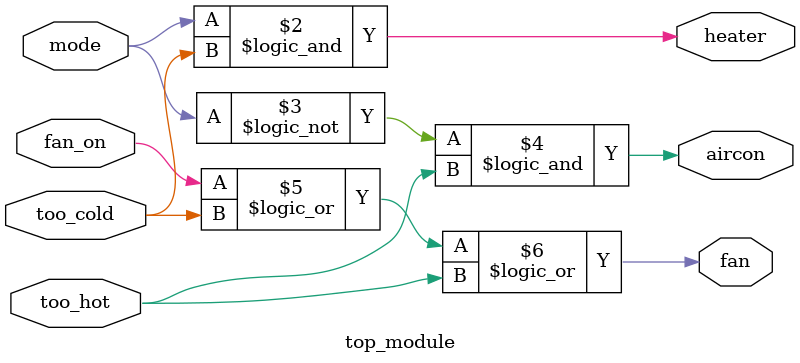
<source format=sv>
module top_module(
    input mode,
    input too_cold, 
    input too_hot,
    input fan_on,
    output reg heater,
    output reg aircon,
    output reg fan
);

always @(*) begin
    heater = (mode && too_cold);
    aircon = (!mode && too_hot);
    fan = fan_on || too_cold || too_hot;
end

endmodule

</source>
